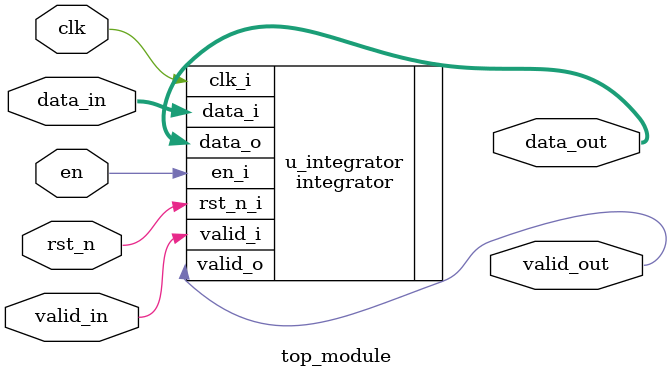
<source format=v>
module top_module (
   
    input clk,
    input rst_n,

   
    input en,
    input signed [4:0] data_in,  // I_BW = 5
    input valid_in,

    
    output signed [7:0] data_out, // O_BW = 8
    output valid_out
);

    // Instantiating the parameterized integrator
    integrator #(
        .I_BW(5),   
        .O_BW(8)    
    ) u_integrator (
        .clk_i(clk),
        .rst_n_i(rst_n),
        .en_i(en),
        .data_i(data_in),
        .valid_i(valid_in),
        .data_o(data_out),
        .valid_o(valid_out)
    );

endmodule

</source>
